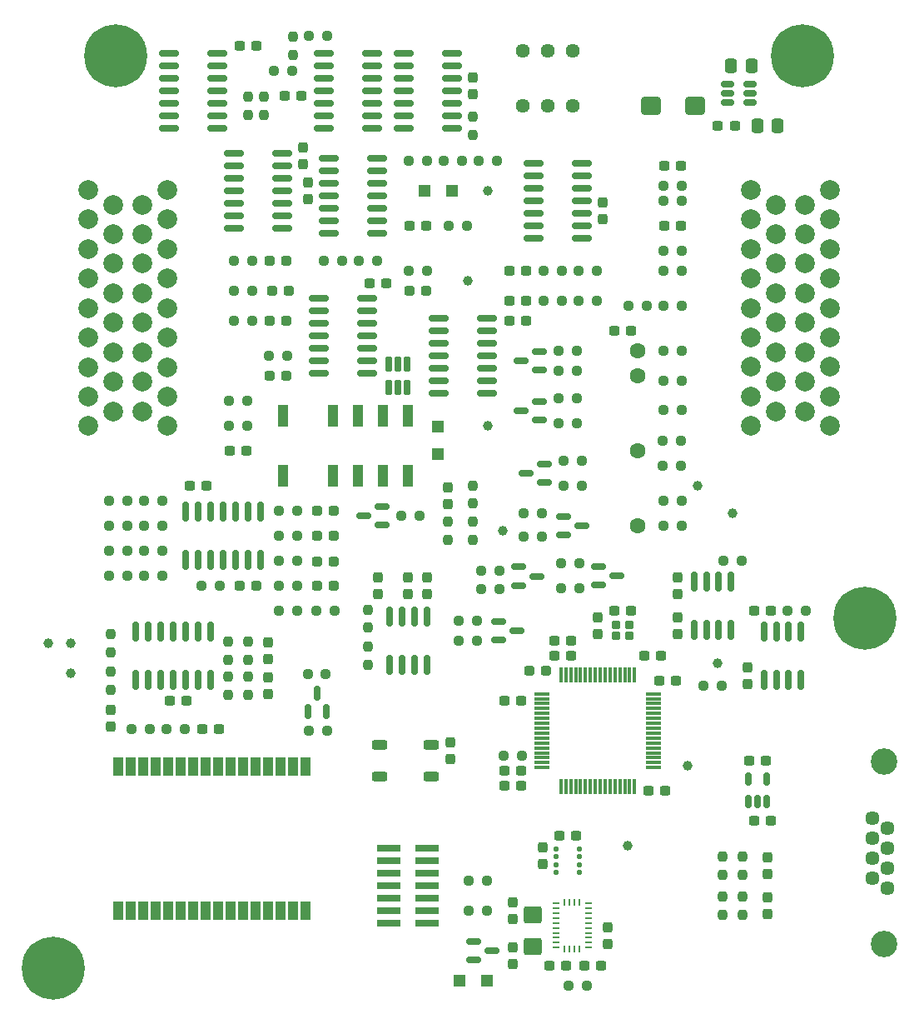
<source format=gbr>
%TF.GenerationSoftware,KiCad,Pcbnew,9.0.7*%
%TF.CreationDate,2026-02-09T19:02:23-08:00*%
%TF.ProjectId,VCU,5643552e-6b69-4636-9164-5f7063625858,1.5*%
%TF.SameCoordinates,Original*%
%TF.FileFunction,Soldermask,Top*%
%TF.FilePolarity,Negative*%
%FSLAX46Y46*%
G04 Gerber Fmt 4.6, Leading zero omitted, Abs format (unit mm)*
G04 Created by KiCad (PCBNEW 9.0.7) date 2026-02-09 19:02:23*
%MOMM*%
%LPD*%
G01*
G04 APERTURE LIST*
G04 Aperture macros list*
%AMRoundRect*
0 Rectangle with rounded corners*
0 $1 Rounding radius*
0 $2 $3 $4 $5 $6 $7 $8 $9 X,Y pos of 4 corners*
0 Add a 4 corners polygon primitive as box body*
4,1,4,$2,$3,$4,$5,$6,$7,$8,$9,$2,$3,0*
0 Add four circle primitives for the rounded corners*
1,1,$1+$1,$2,$3*
1,1,$1+$1,$4,$5*
1,1,$1+$1,$6,$7*
1,1,$1+$1,$8,$9*
0 Add four rect primitives between the rounded corners*
20,1,$1+$1,$2,$3,$4,$5,0*
20,1,$1+$1,$4,$5,$6,$7,0*
20,1,$1+$1,$6,$7,$8,$9,0*
20,1,$1+$1,$8,$9,$2,$3,0*%
G04 Aperture macros list end*
%ADD10RoundRect,0.237500X0.250000X0.237500X-0.250000X0.237500X-0.250000X-0.237500X0.250000X-0.237500X0*%
%ADD11RoundRect,0.150000X-0.825000X-0.150000X0.825000X-0.150000X0.825000X0.150000X-0.825000X0.150000X0*%
%ADD12RoundRect,0.150000X0.825000X0.150000X-0.825000X0.150000X-0.825000X-0.150000X0.825000X-0.150000X0*%
%ADD13RoundRect,0.237500X-0.237500X0.250000X-0.237500X-0.250000X0.237500X-0.250000X0.237500X0.250000X0*%
%ADD14RoundRect,0.237500X0.237500X-0.300000X0.237500X0.300000X-0.237500X0.300000X-0.237500X-0.300000X0*%
%ADD15RoundRect,0.237500X0.287500X0.237500X-0.287500X0.237500X-0.287500X-0.237500X0.287500X-0.237500X0*%
%ADD16RoundRect,0.237500X0.300000X0.237500X-0.300000X0.237500X-0.300000X-0.237500X0.300000X-0.237500X0*%
%ADD17RoundRect,0.237500X-0.300000X-0.237500X0.300000X-0.237500X0.300000X0.237500X-0.300000X0.237500X0*%
%ADD18RoundRect,0.250000X-0.337500X-0.475000X0.337500X-0.475000X0.337500X0.475000X-0.337500X0.475000X0*%
%ADD19RoundRect,0.150000X0.587500X0.150000X-0.587500X0.150000X-0.587500X-0.150000X0.587500X-0.150000X0*%
%ADD20RoundRect,0.237500X-0.237500X0.300000X-0.237500X-0.300000X0.237500X-0.300000X0.237500X0.300000X0*%
%ADD21C,1.600200*%
%ADD22RoundRect,0.250000X0.750000X0.650000X-0.750000X0.650000X-0.750000X-0.650000X0.750000X-0.650000X0*%
%ADD23RoundRect,0.237500X0.237500X-0.250000X0.237500X0.250000X-0.237500X0.250000X-0.237500X-0.250000X0*%
%ADD24RoundRect,0.150000X0.150000X-0.825000X0.150000X0.825000X-0.150000X0.825000X-0.150000X-0.825000X0*%
%ADD25RoundRect,0.075000X-0.075000X0.700000X-0.075000X-0.700000X0.075000X-0.700000X0.075000X0.700000X0*%
%ADD26RoundRect,0.075000X-0.700000X0.075000X-0.700000X-0.075000X0.700000X-0.075000X0.700000X0.075000X0*%
%ADD27C,1.000000*%
%ADD28RoundRect,0.237500X-0.250000X-0.237500X0.250000X-0.237500X0.250000X0.237500X-0.250000X0.237500X0*%
%ADD29RoundRect,0.125000X-0.137500X0.125000X-0.137500X-0.125000X0.137500X-0.125000X0.137500X0.125000X0*%
%ADD30RoundRect,0.150000X-0.587500X-0.150000X0.587500X-0.150000X0.587500X0.150000X-0.587500X0.150000X0*%
%ADD31R,1.000000X1.899920*%
%ADD32C,6.400000*%
%ADD33R,1.200000X1.200000*%
%ADD34RoundRect,0.150000X0.150000X-0.512500X0.150000X0.512500X-0.150000X0.512500X-0.150000X-0.512500X0*%
%ADD35RoundRect,0.150000X0.150000X-0.587500X0.150000X0.587500X-0.150000X0.587500X-0.150000X-0.587500X0*%
%ADD36RoundRect,0.250000X0.650000X-0.625000X0.650000X0.625000X-0.650000X0.625000X-0.650000X-0.625000X0*%
%ADD37RoundRect,0.150000X0.512500X0.150000X-0.512500X0.150000X-0.512500X-0.150000X0.512500X-0.150000X0*%
%ADD38RoundRect,0.150000X0.150000X-0.650000X0.150000X0.650000X-0.150000X0.650000X-0.150000X-0.650000X0*%
%ADD39RoundRect,0.200000X-0.250000X-0.200000X0.250000X-0.200000X0.250000X0.200000X-0.250000X0.200000X0*%
%ADD40RoundRect,0.237500X-0.237500X0.287500X-0.237500X-0.287500X0.237500X-0.287500X0.237500X0.287500X0*%
%ADD41C,2.000000*%
%ADD42C,1.440000*%
%ADD43RoundRect,0.237500X-0.287500X-0.237500X0.287500X-0.237500X0.287500X0.237500X-0.287500X0.237500X0*%
%ADD44RoundRect,0.250000X0.337500X0.475000X-0.337500X0.475000X-0.337500X-0.475000X0.337500X-0.475000X0*%
%ADD45R,1.000000X2.200000*%
%ADD46R,2.400000X0.740000*%
%ADD47R,0.675000X0.254000*%
%ADD48R,0.254000X0.675000*%
%ADD49C,1.447800*%
%ADD50C,2.692400*%
%ADD51RoundRect,0.250000X0.525000X0.250000X-0.525000X0.250000X-0.525000X-0.250000X0.525000X-0.250000X0*%
G04 APERTURE END LIST*
D10*
%TO.C,R60*%
X209317599Y-141375501D03*
X207492599Y-141375501D03*
%TD*%
D11*
%TO.C,U10*%
X222948099Y-97584001D03*
X222948099Y-98854001D03*
X222948099Y-100124001D03*
X222948099Y-101394001D03*
X222948099Y-102664001D03*
X222948099Y-103934001D03*
X222948099Y-105204001D03*
X227898099Y-105204001D03*
X227898099Y-103934001D03*
X227898099Y-102664001D03*
X227898099Y-101394001D03*
X227898099Y-100124001D03*
X227898099Y-98854001D03*
X227898099Y-97584001D03*
%TD*%
D12*
%TO.C,U7*%
X236534099Y-80312001D03*
X236534099Y-79042001D03*
X236534099Y-77772001D03*
X236534099Y-76502001D03*
X236534099Y-75232001D03*
X236534099Y-73962001D03*
X236534099Y-72692001D03*
X231584099Y-72692001D03*
X231584099Y-73962001D03*
X231584099Y-75232001D03*
X231584099Y-76502001D03*
X231584099Y-77772001D03*
X231584099Y-79042001D03*
X231584099Y-80312001D03*
%TD*%
D13*
%TO.C,R82*%
X238631099Y-120293501D03*
X238631099Y-122118501D03*
%TD*%
D14*
%TO.C,C55*%
X242695099Y-165248501D03*
X242695099Y-163523501D03*
%TD*%
D15*
%TO.C,D5*%
X224520099Y-121714001D03*
X222770099Y-121714001D03*
%TD*%
D16*
%TO.C,C37*%
X254733599Y-129334001D03*
X253008599Y-129334001D03*
%TD*%
D10*
%TO.C,R47*%
X245639599Y-119428001D03*
X243814599Y-119428001D03*
%TD*%
D17*
%TO.C,C2*%
X267232599Y-150670001D03*
X268957599Y-150670001D03*
%TD*%
D18*
%TO.C,C1*%
X264898599Y-73962001D03*
X266973599Y-73962001D03*
%TD*%
D19*
%TO.C,Q7*%
X229408599Y-120632001D03*
X229408599Y-118732001D03*
X227533599Y-119682001D03*
%TD*%
D10*
%TO.C,R11*%
X259863599Y-92758001D03*
X258038599Y-92758001D03*
%TD*%
D19*
%TO.C,Q5*%
X245918599Y-116314001D03*
X245918599Y-114414001D03*
X244043599Y-115364001D03*
%TD*%
D10*
%TO.C,R19*%
X225319599Y-93774001D03*
X223494599Y-93774001D03*
%TD*%
D16*
%TO.C,C16*%
X233905599Y-90218001D03*
X232180599Y-90218001D03*
%TD*%
D20*
%TO.C,C56*%
X242695099Y-158951501D03*
X242695099Y-160676501D03*
%TD*%
D21*
%TO.C,K3*%
X255395099Y-102918001D03*
X255395099Y-105458001D03*
X255395099Y-113078001D03*
X255395099Y-120698001D03*
%TD*%
D20*
%TO.C,C34*%
X259459099Y-125931501D03*
X259459099Y-127656501D03*
%TD*%
D22*
%TO.C,L1*%
X261201099Y-78026001D03*
X256701099Y-78026001D03*
%TD*%
D10*
%TO.C,R75*%
X249449599Y-127048001D03*
X247624599Y-127048001D03*
%TD*%
D20*
%TO.C,C21*%
X233932099Y-125931501D03*
X233932099Y-127656501D03*
%TD*%
D23*
%TO.C,R64*%
X264031099Y-156154501D03*
X264031099Y-154329501D03*
%TD*%
D24*
%TO.C,U16*%
X230122099Y-134857001D03*
X231392099Y-134857001D03*
X232662099Y-134857001D03*
X233932099Y-134857001D03*
X233932099Y-129907001D03*
X232662099Y-129907001D03*
X231392099Y-129907001D03*
X230122099Y-129907001D03*
%TD*%
D25*
%TO.C,U27*%
X255081099Y-135851001D03*
X254581099Y-135851001D03*
X254081099Y-135851001D03*
X253581099Y-135851001D03*
X253081099Y-135851001D03*
X252581099Y-135851001D03*
X252081099Y-135851001D03*
X251581099Y-135851001D03*
X251081099Y-135851001D03*
X250581099Y-135851001D03*
X250081099Y-135851001D03*
X249581099Y-135851001D03*
X249081099Y-135851001D03*
X248581099Y-135851001D03*
X248081099Y-135851001D03*
X247581099Y-135851001D03*
D26*
X245656099Y-137776001D03*
X245656099Y-138276001D03*
X245656099Y-138776001D03*
X245656099Y-139276001D03*
X245656099Y-139776001D03*
X245656099Y-140276001D03*
X245656099Y-140776001D03*
X245656099Y-141276001D03*
X245656099Y-141776001D03*
X245656099Y-142276001D03*
X245656099Y-142776001D03*
X245656099Y-143276001D03*
X245656099Y-143776001D03*
X245656099Y-144276001D03*
X245656099Y-144776001D03*
X245656099Y-145276001D03*
D25*
X247581099Y-147201001D03*
X248081099Y-147201001D03*
X248581099Y-147201001D03*
X249081099Y-147201001D03*
X249581099Y-147201001D03*
X250081099Y-147201001D03*
X250581099Y-147201001D03*
X251081099Y-147201001D03*
X251581099Y-147201001D03*
X252081099Y-147201001D03*
X252581099Y-147201001D03*
X253081099Y-147201001D03*
X253581099Y-147201001D03*
X254081099Y-147201001D03*
X254581099Y-147201001D03*
X255081099Y-147201001D03*
D26*
X257006099Y-145276001D03*
X257006099Y-144776001D03*
X257006099Y-144276001D03*
X257006099Y-143776001D03*
X257006099Y-143276001D03*
X257006099Y-142776001D03*
X257006099Y-142276001D03*
X257006099Y-141776001D03*
X257006099Y-141276001D03*
X257006099Y-140776001D03*
X257006099Y-140276001D03*
X257006099Y-139776001D03*
X257006099Y-139276001D03*
X257006099Y-138776001D03*
X257006099Y-138276001D03*
X257006099Y-137776001D03*
%TD*%
D27*
%TO.C,TP17*%
X260475099Y-145082001D03*
%TD*%
D23*
%TO.C,R45*%
X227986599Y-131050001D03*
X227986599Y-129225001D03*
%TD*%
D28*
%TO.C,R21*%
X232130599Y-94790001D03*
X233955599Y-94790001D03*
%TD*%
D14*
%TO.C,C13*%
X221867099Y-87524501D03*
X221867099Y-85799501D03*
%TD*%
D28*
%TO.C,R49*%
X243814599Y-121818001D03*
X245639599Y-121818001D03*
%TD*%
%TO.C,R43*%
X247370599Y-110284001D03*
X249195599Y-110284001D03*
%TD*%
D13*
%TO.C,R92*%
X215771099Y-136041501D03*
X215771099Y-137866501D03*
%TD*%
D20*
%TO.C,C15*%
X221359099Y-82243501D03*
X221359099Y-83968501D03*
%TD*%
D23*
%TO.C,R69*%
X238631099Y-118447001D03*
X238631099Y-116622001D03*
%TD*%
D10*
%TO.C,R63*%
X265959599Y-124254001D03*
X264134599Y-124254001D03*
%TD*%
%TO.C,R4*%
X251227599Y-97838001D03*
X249402599Y-97838001D03*
%TD*%
D29*
%TO.C,U28*%
X249470599Y-153534001D03*
X249470599Y-154334001D03*
X249470599Y-155134001D03*
X249470599Y-155934001D03*
X247095599Y-155934001D03*
X247095599Y-155134001D03*
X247095599Y-154334001D03*
X247095599Y-153534001D03*
%TD*%
D27*
%TO.C,TP1*%
X240155099Y-86662001D03*
%TD*%
D20*
%TO.C,C20*%
X232050599Y-125931501D03*
X232050599Y-127656501D03*
%TD*%
D17*
%TO.C,C14*%
X214908599Y-71930001D03*
X216633599Y-71930001D03*
%TD*%
%TO.C,C45*%
X256488399Y-147622001D03*
X258213399Y-147622001D03*
%TD*%
D30*
%TO.C,Q9*%
X243281599Y-124888001D03*
X243281599Y-126788001D03*
X245156599Y-125838001D03*
%TD*%
D10*
%TO.C,R36*%
X224557599Y-129334001D03*
X222732599Y-129334001D03*
%TD*%
D31*
%TO.C,U26*%
X202541099Y-159814001D03*
X203811099Y-159814001D03*
X205081099Y-159814001D03*
X206351099Y-159814001D03*
X207621099Y-159814001D03*
X208891099Y-159814001D03*
X210161099Y-159814001D03*
X211431099Y-159814001D03*
X212701099Y-159814001D03*
X213971099Y-159814001D03*
X215241099Y-159814001D03*
X216511099Y-159814001D03*
X217781099Y-159814001D03*
X219051099Y-159814001D03*
X220321099Y-159814001D03*
X221591099Y-159814001D03*
X221591099Y-145173941D03*
X220321099Y-145173941D03*
X219051099Y-145173941D03*
X217781099Y-145173941D03*
X216511099Y-145173941D03*
X215241099Y-145173941D03*
X213971099Y-145173941D03*
X212701099Y-145173941D03*
X211431099Y-145173941D03*
X210161099Y-145173941D03*
X208891099Y-145173941D03*
X207621099Y-145173941D03*
X206351099Y-145173941D03*
X205081099Y-145173941D03*
X203811099Y-145173941D03*
X202541099Y-145173941D03*
%TD*%
D17*
%TO.C,C41*%
X241832599Y-145590001D03*
X243557599Y-145590001D03*
%TD*%
D32*
%TO.C,H1*%
X202309099Y-72946001D03*
%TD*%
D15*
%TO.C,D8*%
X219694099Y-99870001D03*
X217944099Y-99870001D03*
%TD*%
%TO.C,D2*%
X233918099Y-96822001D03*
X232168099Y-96822001D03*
%TD*%
D13*
%TO.C,R14*%
X217359099Y-77113501D03*
X217359099Y-78938501D03*
%TD*%
D28*
%TO.C,R26*%
X201650599Y-123238001D03*
X203475599Y-123238001D03*
%TD*%
D16*
%TO.C,C3*%
X265274599Y-80058001D03*
X263549599Y-80058001D03*
%TD*%
D33*
%TO.C,D1*%
X236475099Y-86662001D03*
X233675099Y-86662001D03*
%TD*%
D30*
%TO.C,Q4*%
X241249599Y-130416001D03*
X241249599Y-132316001D03*
X243124599Y-131366001D03*
%TD*%
D34*
%TO.C,U2*%
X266637099Y-148759501D03*
X267587099Y-148759501D03*
X268537099Y-148759501D03*
X268537099Y-146484501D03*
X266637099Y-146484501D03*
%TD*%
D27*
%TO.C,TP21*%
X254379099Y-153210001D03*
%TD*%
D16*
%TO.C,C42*%
X257781599Y-133906001D03*
X256056599Y-133906001D03*
%TD*%
D10*
%TO.C,R20*%
X228875599Y-93774001D03*
X227050599Y-93774001D03*
%TD*%
D17*
%TO.C,C53*%
X246404599Y-165402001D03*
X248129599Y-165402001D03*
%TD*%
D11*
%TO.C,U6*%
X223456099Y-72692001D03*
X223456099Y-73962001D03*
X223456099Y-75232001D03*
X223456099Y-76502001D03*
X223456099Y-77772001D03*
X223456099Y-79042001D03*
X223456099Y-80312001D03*
X228406099Y-80312001D03*
X228406099Y-79042001D03*
X228406099Y-77772001D03*
X228406099Y-76502001D03*
X228406099Y-75232001D03*
X228406099Y-73962001D03*
X228406099Y-72692001D03*
%TD*%
D35*
%TO.C,Q6*%
X221856899Y-139567901D03*
X223756899Y-139567901D03*
X222806899Y-137692901D03*
%TD*%
D13*
%TO.C,R55*%
X213739099Y-132485501D03*
X213739099Y-134310501D03*
%TD*%
D10*
%TO.C,R38*%
X220747599Y-119174001D03*
X218922599Y-119174001D03*
%TD*%
%TO.C,R37*%
X220747599Y-129334001D03*
X218922599Y-129334001D03*
%TD*%
D15*
%TO.C,D6*%
X224520099Y-124304001D03*
X222770099Y-124304001D03*
%TD*%
D16*
%TO.C,C54*%
X251685599Y-165402001D03*
X249960599Y-165402001D03*
%TD*%
D10*
%TO.C,R2*%
X223795599Y-70914001D03*
X221970599Y-70914001D03*
%TD*%
D28*
%TO.C,R70*%
X254482599Y-98346001D03*
X256307599Y-98346001D03*
%TD*%
D10*
%TO.C,R59*%
X205761599Y-141375501D03*
X203936599Y-141375501D03*
%TD*%
D17*
%TO.C,C46*%
X257580599Y-136446001D03*
X259305599Y-136446001D03*
%TD*%
D28*
%TO.C,R16*%
X235686599Y-83614001D03*
X237511599Y-83614001D03*
%TD*%
D32*
%TO.C,H3*%
X278509099Y-130096001D03*
%TD*%
D17*
%TO.C,C17*%
X209828599Y-116634001D03*
X211553599Y-116634001D03*
%TD*%
D14*
%TO.C,C38*%
X251331099Y-131720501D03*
X251331099Y-129995501D03*
%TD*%
D10*
%TO.C,R28*%
X220747599Y-121714001D03*
X218922599Y-121714001D03*
%TD*%
%TO.C,R74*%
X240051599Y-159814001D03*
X238226599Y-159814001D03*
%TD*%
D24*
%TO.C,U15*%
X209421099Y-124189001D03*
X210691099Y-124189001D03*
X211961099Y-124189001D03*
X213231099Y-124189001D03*
X214501099Y-124189001D03*
X215771099Y-124189001D03*
X217041099Y-124189001D03*
X217041099Y-119239001D03*
X215771099Y-119239001D03*
X214501099Y-119239001D03*
X213231099Y-119239001D03*
X211961099Y-119239001D03*
X210691099Y-119239001D03*
X209421099Y-119239001D03*
%TD*%
D14*
%TO.C,C50*%
X245743099Y-155088501D03*
X245743099Y-153363501D03*
%TD*%
D36*
%TO.C,XTAL1*%
X244727099Y-163471001D03*
X244727099Y-160221001D03*
%TD*%
D28*
%TO.C,R23*%
X217906599Y-103426001D03*
X219731599Y-103426001D03*
%TD*%
D10*
%TO.C,R31*%
X216175599Y-99870001D03*
X214350599Y-99870001D03*
%TD*%
D37*
%TO.C,U1*%
X266819599Y-77706001D03*
X266819599Y-76756001D03*
X266819599Y-75806001D03*
X264544599Y-75806001D03*
X264544599Y-76756001D03*
X264544599Y-77706001D03*
%TD*%
D10*
%TO.C,R17*%
X233955599Y-83614001D03*
X232130599Y-83614001D03*
%TD*%
D38*
%TO.C,U14*%
X230061099Y-106608001D03*
X231011099Y-106608001D03*
X231961099Y-106608001D03*
X231961099Y-104308001D03*
X231011099Y-104308001D03*
X230061099Y-104308001D03*
%TD*%
D28*
%TO.C,R81*%
X257935099Y-114573002D03*
X259760099Y-114573002D03*
%TD*%
%TO.C,R10*%
X245846599Y-94790001D03*
X247671599Y-94790001D03*
%TD*%
D39*
%TO.C,Y1*%
X253171099Y-131916001D03*
X254571099Y-131916001D03*
X254571099Y-130816001D03*
X253171099Y-130816001D03*
%TD*%
D11*
%TO.C,U13*%
X235140099Y-99616001D03*
X235140099Y-100886001D03*
X235140099Y-102156001D03*
X235140099Y-103426001D03*
X235140099Y-104696001D03*
X235140099Y-105966001D03*
X235140099Y-107236001D03*
X240090099Y-107236001D03*
X240090099Y-105966001D03*
X240090099Y-104696001D03*
X240090099Y-103426001D03*
X240090099Y-102156001D03*
X240090099Y-100886001D03*
X240090099Y-99616001D03*
%TD*%
D23*
%TO.C,R13*%
X215771099Y-78938501D03*
X215771099Y-77113501D03*
%TD*%
D30*
%TO.C,Q10*%
X238709599Y-162928001D03*
X238709599Y-164828001D03*
X240584599Y-163878001D03*
%TD*%
D19*
%TO.C,Q2*%
X245410599Y-104884001D03*
X245410599Y-102984001D03*
X243535599Y-103934001D03*
%TD*%
D10*
%TO.C,R72*%
X223795599Y-141526001D03*
X221970599Y-141526001D03*
%TD*%
%TO.C,R62*%
X272460099Y-129334001D03*
X270635099Y-129334001D03*
%TD*%
D33*
%TO.C,D24*%
X237231099Y-166926001D03*
X240031099Y-166926001D03*
%TD*%
D24*
%TO.C,U22*%
X268222099Y-136381001D03*
X269492099Y-136381001D03*
X270682099Y-136381001D03*
X271952099Y-136381001D03*
X271952099Y-131431001D03*
X270682099Y-131431001D03*
X269492099Y-131431001D03*
X268222099Y-131431001D03*
%TD*%
D32*
%TO.C,H2*%
X195958626Y-165656001D03*
%TD*%
D28*
%TO.C,R33*%
X205206599Y-118158001D03*
X207031599Y-118158001D03*
%TD*%
D17*
%TO.C,C49*%
X207796599Y-138478001D03*
X209521599Y-138478001D03*
%TD*%
D28*
%TO.C,R88*%
X258038599Y-120698001D03*
X259863599Y-120698001D03*
%TD*%
D10*
%TO.C,R15*%
X241067599Y-83614001D03*
X239242599Y-83614001D03*
%TD*%
%TO.C,R90*%
X240051599Y-156766001D03*
X238226599Y-156766001D03*
%TD*%
D17*
%TO.C,C51*%
X247420599Y-152194001D03*
X249145599Y-152194001D03*
%TD*%
%TO.C,C30*%
X211098599Y-141375501D03*
X212823599Y-141375501D03*
%TD*%
D27*
%TO.C,TP18*%
X263523099Y-134668001D03*
%TD*%
D14*
%TO.C,C12*%
X238631099Y-76856501D03*
X238631099Y-75131501D03*
%TD*%
D40*
%TO.C,D19*%
X236091099Y-116775001D03*
X236091099Y-118525001D03*
%TD*%
D41*
%TO.C,J3*%
X207532880Y-86575640D03*
X207532880Y-89575640D03*
X207532880Y-92575640D03*
X207532880Y-95575640D03*
X207532880Y-98575640D03*
X207532880Y-101575640D03*
X207532880Y-104575640D03*
X207532880Y-107575640D03*
X207532880Y-110575640D03*
X205032880Y-88075640D03*
X205032880Y-91075640D03*
X205032880Y-94075640D03*
X205032880Y-97075640D03*
X205032880Y-100075640D03*
X205032880Y-103075640D03*
X205032880Y-106075640D03*
X205032880Y-109075640D03*
X202032880Y-88075640D03*
X202032880Y-91075640D03*
X202032880Y-94075640D03*
X202032880Y-97075640D03*
X202032880Y-100075640D03*
X202032880Y-103075640D03*
X202032880Y-106075640D03*
X202032880Y-109075640D03*
X199532880Y-86575640D03*
X199532880Y-89575640D03*
X199532880Y-92575640D03*
X199532880Y-95575640D03*
X199532880Y-98575640D03*
X199532880Y-101575640D03*
X199532880Y-104575640D03*
X199532880Y-107575640D03*
X199532880Y-110575640D03*
%TD*%
D16*
%TO.C,C4*%
X268449599Y-144574001D03*
X266724599Y-144574001D03*
%TD*%
D17*
%TO.C,C33*%
X267232599Y-129334001D03*
X268957599Y-129334001D03*
%TD*%
D42*
%TO.C,RV2*%
X243711099Y-78026001D03*
X246251099Y-78026001D03*
X248791099Y-78026001D03*
%TD*%
D28*
%TO.C,R76*%
X239496599Y-127108001D03*
X241321599Y-127108001D03*
%TD*%
%TO.C,R89*%
X248386599Y-167434001D03*
X250211599Y-167434001D03*
%TD*%
D15*
%TO.C,D4*%
X219694099Y-105458001D03*
X217944099Y-105458001D03*
%TD*%
D43*
%TO.C,FB1*%
X244360099Y-135430001D03*
X246110099Y-135430001D03*
%TD*%
D16*
%TO.C,C6*%
X244065599Y-97838001D03*
X242340599Y-97838001D03*
%TD*%
D10*
%TO.C,R51*%
X249703599Y-114094001D03*
X247878599Y-114094001D03*
%TD*%
D44*
%TO.C,C5*%
X269640599Y-80058001D03*
X267565599Y-80058001D03*
%TD*%
D10*
%TO.C,R78*%
X241321599Y-125270001D03*
X239496599Y-125270001D03*
%TD*%
D14*
%TO.C,C26*%
X266571099Y-136800501D03*
X266571099Y-135075501D03*
%TD*%
D20*
%TO.C,C23*%
X217803099Y-136091501D03*
X217803099Y-137816501D03*
%TD*%
D27*
%TO.C,TP7*%
X261491099Y-116634001D03*
%TD*%
D10*
%TO.C,R41*%
X249195599Y-107744001D03*
X247370599Y-107744001D03*
%TD*%
D27*
%TO.C,TP3*%
X195451099Y-132636001D03*
%TD*%
D28*
%TO.C,R24*%
X201650599Y-120698001D03*
X203475599Y-120698001D03*
%TD*%
D27*
%TO.C,TP8*%
X241679099Y-121206001D03*
%TD*%
D16*
%TO.C,C48*%
X248637599Y-133906001D03*
X246912599Y-133906001D03*
%TD*%
D11*
%TO.C,U11*%
X223964099Y-83360001D03*
X223964099Y-84630001D03*
X223964099Y-85900001D03*
X223964099Y-87170001D03*
X223964099Y-88440001D03*
X223964099Y-89710001D03*
X223964099Y-90980001D03*
X228914099Y-90980001D03*
X228914099Y-89710001D03*
X228914099Y-88440001D03*
X228914099Y-87170001D03*
X228914099Y-85900001D03*
X228914099Y-84630001D03*
X228914099Y-83360001D03*
%TD*%
D28*
%TO.C,R73*%
X262102599Y-136954001D03*
X263927599Y-136954001D03*
%TD*%
D19*
%TO.C,Q1*%
X245410599Y-109964001D03*
X245410599Y-108064001D03*
X243535599Y-109014001D03*
%TD*%
D20*
%TO.C,C35*%
X268603099Y-154379501D03*
X268603099Y-156104501D03*
%TD*%
D28*
%TO.C,R85*%
X258038599Y-105937002D03*
X259863599Y-105937002D03*
%TD*%
%TO.C,R54*%
X213842599Y-110538001D03*
X215667599Y-110538001D03*
%TD*%
D16*
%TO.C,C47*%
X248637599Y-132382001D03*
X246912599Y-132382001D03*
%TD*%
D30*
%TO.C,Q3*%
X247853599Y-119748001D03*
X247853599Y-121648001D03*
X249728599Y-120698001D03*
%TD*%
D12*
%TO.C,U8*%
X249742099Y-91488001D03*
X249742099Y-90218001D03*
X249742099Y-88948001D03*
X249742099Y-87678001D03*
X249742099Y-86408001D03*
X249742099Y-85138001D03*
X249742099Y-83868001D03*
X244792099Y-83868001D03*
X244792099Y-85138001D03*
X244792099Y-86408001D03*
X244792099Y-87678001D03*
X244792099Y-88948001D03*
X244792099Y-90218001D03*
X244792099Y-91488001D03*
%TD*%
D14*
%TO.C,C22*%
X229002599Y-127656501D03*
X229002599Y-125931501D03*
%TD*%
D45*
%TO.C,K2*%
X219327099Y-115622001D03*
X224407099Y-115622001D03*
X226947099Y-115622001D03*
X229487099Y-115622001D03*
X232027099Y-115622001D03*
X232027099Y-109522001D03*
X229487099Y-109522001D03*
X226947099Y-109522001D03*
X224407099Y-109522001D03*
X219327099Y-109522001D03*
%TD*%
D27*
%TO.C,TP9*%
X240155099Y-110538001D03*
%TD*%
D28*
%TO.C,R27*%
X205206599Y-123238001D03*
X207031599Y-123238001D03*
%TD*%
D15*
%TO.C,D11*%
X216646099Y-126794001D03*
X214896099Y-126794001D03*
%TD*%
D10*
%TO.C,R12*%
X259863599Y-86154001D03*
X258038599Y-86154001D03*
%TD*%
%TO.C,R80*%
X243607599Y-144066001D03*
X241782599Y-144066001D03*
%TD*%
D13*
%TO.C,R67*%
X266063099Y-158393501D03*
X266063099Y-160218501D03*
%TD*%
D10*
%TO.C,R22*%
X216175599Y-93774001D03*
X214350599Y-93774001D03*
%TD*%
D28*
%TO.C,R52*%
X247878599Y-116634001D03*
X249703599Y-116634001D03*
%TD*%
%TO.C,R7*%
X258038599Y-94790001D03*
X259863599Y-94790001D03*
%TD*%
D15*
%TO.C,D7*%
X219948099Y-96822001D03*
X218198099Y-96822001D03*
%TD*%
D23*
%TO.C,R65*%
X264031099Y-160218501D03*
X264031099Y-158393501D03*
%TD*%
D11*
%TO.C,U12*%
X207708099Y-72692001D03*
X207708099Y-73962001D03*
X207708099Y-75232001D03*
X207708099Y-76502001D03*
X207708099Y-77772001D03*
X207708099Y-79042001D03*
X207708099Y-80312001D03*
X212658099Y-80312001D03*
X212658099Y-79042001D03*
X212658099Y-77772001D03*
X212658099Y-76502001D03*
X212658099Y-75232001D03*
X212658099Y-73962001D03*
X212658099Y-72692001D03*
%TD*%
D13*
%TO.C,R56*%
X215771099Y-132485501D03*
X215771099Y-134310501D03*
%TD*%
D10*
%TO.C,R29*%
X220747599Y-124224001D03*
X218922599Y-124224001D03*
%TD*%
D30*
%TO.C,Q8*%
X251409599Y-124828001D03*
X251409599Y-126728001D03*
X253284599Y-125778001D03*
%TD*%
D20*
%TO.C,C28*%
X217803099Y-132535501D03*
X217803099Y-134260501D03*
%TD*%
D17*
%TO.C,C19*%
X228116599Y-96060001D03*
X229841599Y-96060001D03*
%TD*%
D28*
%TO.C,R5*%
X249402599Y-94790001D03*
X251227599Y-94790001D03*
%TD*%
D10*
%TO.C,R48*%
X239035599Y-132382001D03*
X237210599Y-132382001D03*
%TD*%
D20*
%TO.C,C36*%
X268603099Y-158443501D03*
X268603099Y-160168501D03*
%TD*%
D16*
%TO.C,C10*%
X221205599Y-77010001D03*
X219480599Y-77010001D03*
%TD*%
D28*
%TO.C,R34*%
X201650599Y-125778001D03*
X203475599Y-125778001D03*
%TD*%
D46*
%TO.C,J4*%
X233977099Y-161084001D03*
X230077099Y-161084001D03*
X233977099Y-159814001D03*
X230077099Y-159814001D03*
X233977099Y-158544001D03*
X230077099Y-158544001D03*
X233977099Y-157274001D03*
X230077099Y-157274001D03*
X233977099Y-156004001D03*
X230077099Y-156004001D03*
X233977099Y-154734001D03*
X230077099Y-154734001D03*
X233977099Y-153464001D03*
X230077099Y-153464001D03*
%TD*%
D10*
%TO.C,R87*%
X259863599Y-118129002D03*
X258038599Y-118129002D03*
%TD*%
%TO.C,R79*%
X259863599Y-102918001D03*
X258038599Y-102918001D03*
%TD*%
D16*
%TO.C,C43*%
X243557599Y-138478001D03*
X241832599Y-138478001D03*
%TD*%
D24*
%TO.C,U21*%
X261110099Y-131301001D03*
X262380099Y-131301001D03*
X263570099Y-131301001D03*
X264840099Y-131301001D03*
X264840099Y-126351001D03*
X263570099Y-126351001D03*
X262380099Y-126351001D03*
X261110099Y-126351001D03*
%TD*%
D28*
%TO.C,R83*%
X257935099Y-112033002D03*
X259760099Y-112033002D03*
%TD*%
D17*
%TO.C,C18*%
X242340599Y-99870001D03*
X244065599Y-99870001D03*
%TD*%
D27*
%TO.C,TP5*%
X265047099Y-119428001D03*
%TD*%
D14*
%TO.C,C40*%
X236345099Y-144420501D03*
X236345099Y-142695501D03*
%TD*%
D20*
%TO.C,C29*%
X201801099Y-139393501D03*
X201801099Y-141118501D03*
%TD*%
D16*
%TO.C,C44*%
X243557599Y-147114001D03*
X241832599Y-147114001D03*
%TD*%
D28*
%TO.C,R32*%
X201650599Y-118158001D03*
X203475599Y-118158001D03*
%TD*%
D41*
%TO.C,J1*%
X266934820Y-110574600D03*
X266934820Y-107574600D03*
X266934820Y-104574600D03*
X266934820Y-101574600D03*
X266934820Y-98574600D03*
X266934820Y-95574600D03*
X266934820Y-92574600D03*
X266934820Y-89574600D03*
X266934820Y-86574600D03*
X269434820Y-109074600D03*
X269434820Y-106074600D03*
X269434820Y-103074600D03*
X269434820Y-100074600D03*
X269434820Y-97074600D03*
X269434820Y-94074600D03*
X269434820Y-91074600D03*
X269434820Y-88074600D03*
X272434820Y-109074600D03*
X272434820Y-106074600D03*
X272434820Y-103074600D03*
X272434820Y-100074600D03*
X272434820Y-97074600D03*
X272434820Y-94074600D03*
X272434820Y-91074600D03*
X272434820Y-88074600D03*
X274934820Y-110574600D03*
X274934820Y-107574600D03*
X274934820Y-104574600D03*
X274934820Y-101574600D03*
X274934820Y-98574600D03*
X274934820Y-95574600D03*
X274934820Y-92574600D03*
X274934820Y-89574600D03*
X274934820Y-86574600D03*
%TD*%
D13*
%TO.C,R91*%
X213739099Y-136041501D03*
X213739099Y-137866501D03*
%TD*%
D28*
%TO.C,R61*%
X231368599Y-119682001D03*
X233193599Y-119682001D03*
%TD*%
D32*
%TO.C,H4*%
X272159099Y-72946001D03*
%TD*%
D28*
%TO.C,R35*%
X205206599Y-125778001D03*
X207031599Y-125778001D03*
%TD*%
D27*
%TO.C,TP4*%
X197737099Y-132636001D03*
%TD*%
D16*
%TO.C,C9*%
X259813599Y-90218001D03*
X258088599Y-90218001D03*
%TD*%
D28*
%TO.C,R25*%
X205206599Y-120698001D03*
X207031599Y-120698001D03*
%TD*%
D10*
%TO.C,R18*%
X238019599Y-90218001D03*
X236194599Y-90218001D03*
%TD*%
D42*
%TO.C,RV1*%
X243711099Y-72443001D03*
X246251099Y-72443001D03*
X248791099Y-72443001D03*
%TD*%
D20*
%TO.C,C11*%
X251839099Y-87831501D03*
X251839099Y-89556501D03*
%TD*%
D10*
%TO.C,R30*%
X216175599Y-96822001D03*
X214350599Y-96822001D03*
%TD*%
D11*
%TO.C,U9*%
X214312099Y-82852001D03*
X214312099Y-84122001D03*
X214312099Y-85392001D03*
X214312099Y-86662001D03*
X214312099Y-87932001D03*
X214312099Y-89202001D03*
X214312099Y-90472001D03*
X219262099Y-90472001D03*
X219262099Y-89202001D03*
X219262099Y-87932001D03*
X219262099Y-86662001D03*
X219262099Y-85392001D03*
X219262099Y-84122001D03*
X219262099Y-82852001D03*
%TD*%
D24*
%TO.C,U24*%
X204341099Y-136381001D03*
X205611099Y-136381001D03*
X206881099Y-136381001D03*
X208151099Y-136381001D03*
X209421099Y-136381001D03*
X210691099Y-136381001D03*
X211961099Y-136381001D03*
X211961099Y-131431001D03*
X210691099Y-131431001D03*
X209421099Y-131431001D03*
X208151099Y-131431001D03*
X206881099Y-131431001D03*
X205611099Y-131431001D03*
X204341099Y-131431001D03*
%TD*%
D17*
%TO.C,C8*%
X258088599Y-84122001D03*
X259813599Y-84122001D03*
%TD*%
D47*
%TO.C,U29*%
X247061722Y-163568235D03*
D48*
X247974222Y-163705735D03*
X248474222Y-163705735D03*
X248974222Y-163705735D03*
X249474222Y-163705735D03*
D47*
X250386722Y-163568235D03*
X250386722Y-163068235D03*
X250386722Y-162568235D03*
X250386722Y-162068235D03*
X250386722Y-161568235D03*
X250386722Y-161068235D03*
X250386722Y-160568235D03*
X250386722Y-160068235D03*
X250386722Y-159568235D03*
X250386722Y-159068235D03*
D48*
X249474222Y-158930735D03*
X248974222Y-158930735D03*
X248474222Y-158930735D03*
X247974222Y-158930735D03*
D47*
X247061722Y-159068235D03*
X247061722Y-159568235D03*
X247061722Y-160068235D03*
X247061722Y-160568235D03*
X247061722Y-161068235D03*
X247061722Y-161568235D03*
X247061722Y-162068235D03*
X247061722Y-162568235D03*
X247061722Y-163068235D03*
%TD*%
D13*
%TO.C,R57*%
X201801099Y-131723501D03*
X201801099Y-133548501D03*
%TD*%
%TO.C,R66*%
X266063099Y-154329501D03*
X266063099Y-156154501D03*
%TD*%
D23*
%TO.C,R84*%
X236091099Y-122118501D03*
X236091099Y-120293501D03*
%TD*%
D33*
%TO.C,D22*%
X235075099Y-110662001D03*
X235075099Y-113462001D03*
%TD*%
D10*
%TO.C,R50*%
X239035599Y-130350001D03*
X237210599Y-130350001D03*
%TD*%
%TO.C,R71*%
X223643199Y-135734801D03*
X221818199Y-135734801D03*
%TD*%
D14*
%TO.C,C25*%
X259459099Y-131720501D03*
X259459099Y-129995501D03*
%TD*%
D27*
%TO.C,TP2*%
X238123099Y-95806001D03*
%TD*%
D15*
%TO.C,D3*%
X219694099Y-93774001D03*
X217944099Y-93774001D03*
%TD*%
D13*
%TO.C,R58*%
X201801099Y-135533501D03*
X201801099Y-137358501D03*
%TD*%
D15*
%TO.C,D9*%
X224520099Y-119174001D03*
X222770099Y-119174001D03*
%TD*%
D23*
%TO.C,R46*%
X227986599Y-134818501D03*
X227986599Y-132993501D03*
%TD*%
D20*
%TO.C,C52*%
X252347099Y-161491501D03*
X252347099Y-163216501D03*
%TD*%
D10*
%TO.C,R39*%
X220747599Y-126794001D03*
X218922599Y-126794001D03*
%TD*%
D16*
%TO.C,C7*%
X244065599Y-94790001D03*
X242340599Y-94790001D03*
%TD*%
D10*
%TO.C,R77*%
X249449599Y-124508001D03*
X247624599Y-124508001D03*
%TD*%
D28*
%TO.C,R53*%
X213842599Y-107998001D03*
X215667599Y-107998001D03*
%TD*%
%TO.C,R44*%
X247370599Y-104950001D03*
X249195599Y-104950001D03*
%TD*%
%TO.C,R6*%
X258038599Y-87678001D03*
X259863599Y-87678001D03*
%TD*%
%TO.C,R42*%
X247370599Y-102918001D03*
X249195599Y-102918001D03*
%TD*%
%TO.C,R3*%
X218414599Y-74470001D03*
X220239599Y-74470001D03*
%TD*%
%TO.C,R68*%
X258038599Y-98346001D03*
X259863599Y-98346001D03*
%TD*%
D23*
%TO.C,R8*%
X220343099Y-72842501D03*
X220343099Y-71017501D03*
%TD*%
D49*
%TO.C,J2*%
X280769700Y-151432000D03*
X279245700Y-150416000D03*
X279245700Y-152448000D03*
X279245700Y-154480000D03*
X280769700Y-153464000D03*
X280769700Y-155496000D03*
X280769700Y-157528000D03*
X279245700Y-156512000D03*
D50*
X280414100Y-163243000D03*
X280414100Y-144701000D03*
%TD*%
D10*
%TO.C,R9*%
X247671599Y-97838001D03*
X245846599Y-97838001D03*
%TD*%
D51*
%TO.C,SW5*%
X234398099Y-146174001D03*
X229148099Y-146174001D03*
X234398099Y-142974001D03*
X229148099Y-142974001D03*
%TD*%
D10*
%TO.C,R40*%
X212873599Y-126794001D03*
X211048599Y-126794001D03*
%TD*%
D15*
%TO.C,D10*%
X224520099Y-126794001D03*
X222770099Y-126794001D03*
%TD*%
D13*
%TO.C,R1*%
X238631099Y-79145501D03*
X238631099Y-80970501D03*
%TD*%
D16*
%TO.C,C27*%
X215617599Y-113078001D03*
X213892599Y-113078001D03*
%TD*%
D28*
%TO.C,R86*%
X258038599Y-108955002D03*
X259863599Y-108955002D03*
%TD*%
D27*
%TO.C,TP6*%
X197737099Y-135684001D03*
%TD*%
D16*
%TO.C,C39*%
X254733599Y-100886001D03*
X253008599Y-100886001D03*
%TD*%
M02*

</source>
